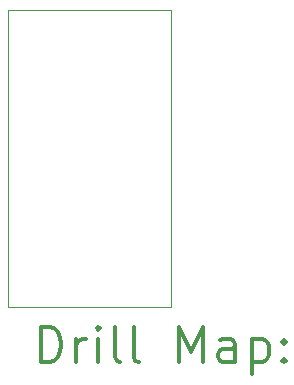
<source format=gbr>
%FSLAX45Y45*%
G04 Gerber Fmt 4.5, Leading zero omitted, Abs format (unit mm)*
G04 Created by KiCad (PCBNEW (5.1.5)-3) date 2020-06-23 05:32:54*
%MOMM*%
%LPD*%
G04 APERTURE LIST*
%TA.AperFunction,Profile*%
%ADD10C,0.120000*%
%TD*%
%ADD11C,0.200000*%
%ADD12C,0.300000*%
G04 APERTURE END LIST*
D10*
X11938000Y-9512300D02*
X11938000Y-6997700D01*
X10553700Y-9512300D02*
X11938000Y-9512300D01*
X10553700Y-6997700D02*
X10553700Y-9512300D01*
X11938000Y-6997700D02*
X10553700Y-6997700D01*
D11*
D12*
X10834128Y-9984014D02*
X10834128Y-9684014D01*
X10905557Y-9684014D01*
X10948414Y-9698300D01*
X10976986Y-9726872D01*
X10991271Y-9755443D01*
X11005557Y-9812586D01*
X11005557Y-9855443D01*
X10991271Y-9912586D01*
X10976986Y-9941157D01*
X10948414Y-9969729D01*
X10905557Y-9984014D01*
X10834128Y-9984014D01*
X11134128Y-9984014D02*
X11134128Y-9784014D01*
X11134128Y-9841157D02*
X11148414Y-9812586D01*
X11162700Y-9798300D01*
X11191271Y-9784014D01*
X11219843Y-9784014D01*
X11319843Y-9984014D02*
X11319843Y-9784014D01*
X11319843Y-9684014D02*
X11305557Y-9698300D01*
X11319843Y-9712586D01*
X11334128Y-9698300D01*
X11319843Y-9684014D01*
X11319843Y-9712586D01*
X11505557Y-9984014D02*
X11476986Y-9969729D01*
X11462700Y-9941157D01*
X11462700Y-9684014D01*
X11662700Y-9984014D02*
X11634128Y-9969729D01*
X11619843Y-9941157D01*
X11619843Y-9684014D01*
X12005557Y-9984014D02*
X12005557Y-9684014D01*
X12105557Y-9898300D01*
X12205557Y-9684014D01*
X12205557Y-9984014D01*
X12476986Y-9984014D02*
X12476986Y-9826872D01*
X12462700Y-9798300D01*
X12434128Y-9784014D01*
X12376986Y-9784014D01*
X12348414Y-9798300D01*
X12476986Y-9969729D02*
X12448414Y-9984014D01*
X12376986Y-9984014D01*
X12348414Y-9969729D01*
X12334128Y-9941157D01*
X12334128Y-9912586D01*
X12348414Y-9884014D01*
X12376986Y-9869729D01*
X12448414Y-9869729D01*
X12476986Y-9855443D01*
X12619843Y-9784014D02*
X12619843Y-10084014D01*
X12619843Y-9798300D02*
X12648414Y-9784014D01*
X12705557Y-9784014D01*
X12734128Y-9798300D01*
X12748414Y-9812586D01*
X12762700Y-9841157D01*
X12762700Y-9926872D01*
X12748414Y-9955443D01*
X12734128Y-9969729D01*
X12705557Y-9984014D01*
X12648414Y-9984014D01*
X12619843Y-9969729D01*
X12891271Y-9955443D02*
X12905557Y-9969729D01*
X12891271Y-9984014D01*
X12876986Y-9969729D01*
X12891271Y-9955443D01*
X12891271Y-9984014D01*
X12891271Y-9798300D02*
X12905557Y-9812586D01*
X12891271Y-9826872D01*
X12876986Y-9812586D01*
X12891271Y-9798300D01*
X12891271Y-9826872D01*
M02*

</source>
